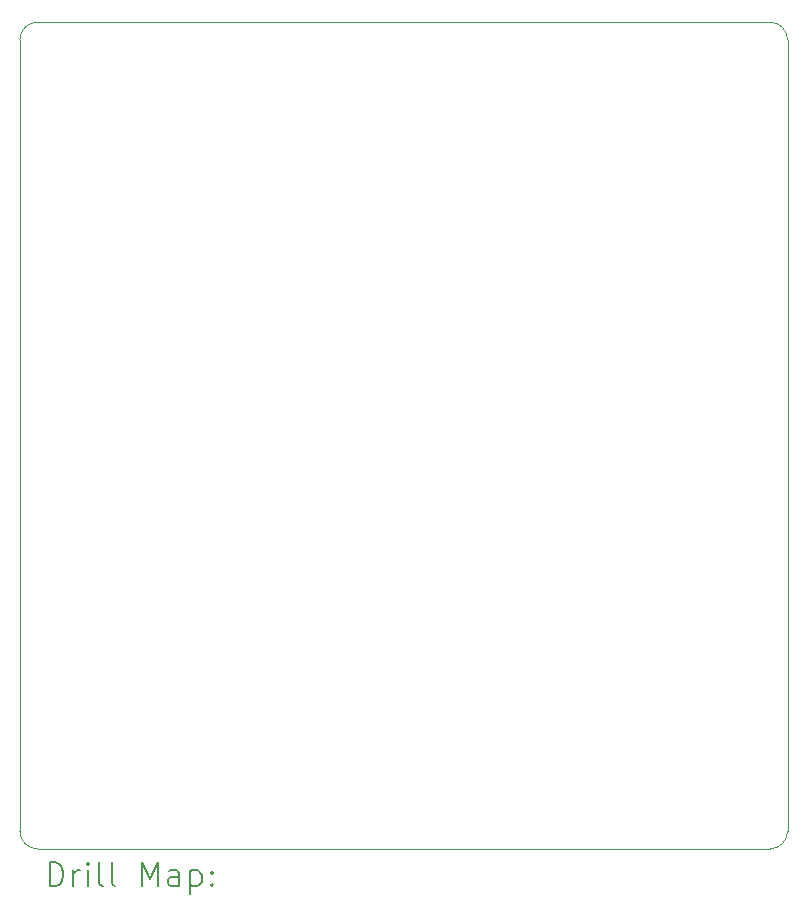
<source format=gbr>
%FSLAX45Y45*%
G04 Gerber Fmt 4.5, Leading zero omitted, Abs format (unit mm)*
G04 Created by KiCad (PCBNEW (6.0.4)) date 2022-04-15 10:09:58*
%MOMM*%
%LPD*%
G01*
G04 APERTURE LIST*
%TA.AperFunction,Profile*%
%ADD10C,0.100000*%
%TD*%
%ADD11C,0.200000*%
G04 APERTURE END LIST*
D10*
X17050000Y-3800000D02*
X10850000Y-3800000D01*
X17200000Y-10650000D02*
X17200000Y-3950000D01*
X10850000Y-10800000D02*
X17050000Y-10800000D01*
X10700000Y-3950000D02*
X10700000Y-10650000D01*
X10850000Y-3800000D02*
G75*
G03*
X10700000Y-3950000I0J-150000D01*
G01*
X17200000Y-3950000D02*
G75*
G03*
X17050000Y-3800000I-150000J0D01*
G01*
X17050000Y-10800000D02*
G75*
G03*
X17200000Y-10650000I0J150000D01*
G01*
X10700000Y-10650000D02*
G75*
G03*
X10850000Y-10800000I150000J0D01*
G01*
D11*
X10952619Y-11115476D02*
X10952619Y-10915476D01*
X11000238Y-10915476D01*
X11028810Y-10925000D01*
X11047857Y-10944048D01*
X11057381Y-10963095D01*
X11066905Y-11001190D01*
X11066905Y-11029762D01*
X11057381Y-11067857D01*
X11047857Y-11086905D01*
X11028810Y-11105952D01*
X11000238Y-11115476D01*
X10952619Y-11115476D01*
X11152619Y-11115476D02*
X11152619Y-10982143D01*
X11152619Y-11020238D02*
X11162143Y-11001190D01*
X11171667Y-10991667D01*
X11190714Y-10982143D01*
X11209762Y-10982143D01*
X11276428Y-11115476D02*
X11276428Y-10982143D01*
X11276428Y-10915476D02*
X11266905Y-10925000D01*
X11276428Y-10934524D01*
X11285952Y-10925000D01*
X11276428Y-10915476D01*
X11276428Y-10934524D01*
X11400238Y-11115476D02*
X11381190Y-11105952D01*
X11371667Y-11086905D01*
X11371667Y-10915476D01*
X11505000Y-11115476D02*
X11485952Y-11105952D01*
X11476428Y-11086905D01*
X11476428Y-10915476D01*
X11733571Y-11115476D02*
X11733571Y-10915476D01*
X11800238Y-11058333D01*
X11866905Y-10915476D01*
X11866905Y-11115476D01*
X12047857Y-11115476D02*
X12047857Y-11010714D01*
X12038333Y-10991667D01*
X12019286Y-10982143D01*
X11981190Y-10982143D01*
X11962143Y-10991667D01*
X12047857Y-11105952D02*
X12028809Y-11115476D01*
X11981190Y-11115476D01*
X11962143Y-11105952D01*
X11952619Y-11086905D01*
X11952619Y-11067857D01*
X11962143Y-11048810D01*
X11981190Y-11039286D01*
X12028809Y-11039286D01*
X12047857Y-11029762D01*
X12143095Y-10982143D02*
X12143095Y-11182143D01*
X12143095Y-10991667D02*
X12162143Y-10982143D01*
X12200238Y-10982143D01*
X12219286Y-10991667D01*
X12228809Y-11001190D01*
X12238333Y-11020238D01*
X12238333Y-11077381D01*
X12228809Y-11096429D01*
X12219286Y-11105952D01*
X12200238Y-11115476D01*
X12162143Y-11115476D01*
X12143095Y-11105952D01*
X12324048Y-11096429D02*
X12333571Y-11105952D01*
X12324048Y-11115476D01*
X12314524Y-11105952D01*
X12324048Y-11096429D01*
X12324048Y-11115476D01*
X12324048Y-10991667D02*
X12333571Y-11001190D01*
X12324048Y-11010714D01*
X12314524Y-11001190D01*
X12324048Y-10991667D01*
X12324048Y-11010714D01*
M02*

</source>
